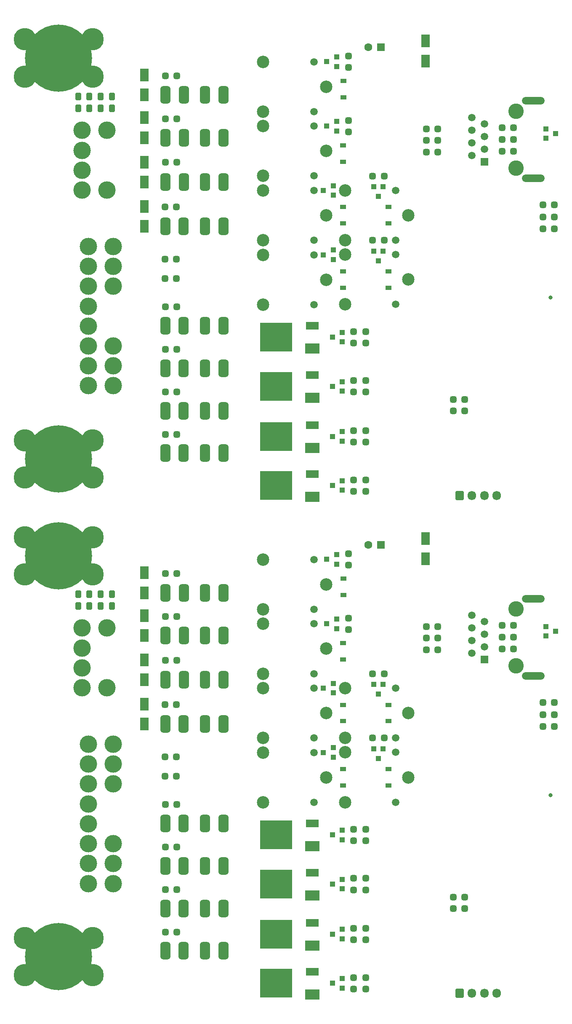
<source format=gbr>
%TF.GenerationSoftware,KiCad,Pcbnew,8.0.7*%
%TF.CreationDate,2025-01-08T09:33:51+09:00*%
%TF.ProjectId,CarInd-Main-V3.0,43617249-6e64-42d4-9d61-696e2d56332e,rev?*%
%TF.SameCoordinates,Original*%
%TF.FileFunction,Soldermask,Bot*%
%TF.FilePolarity,Negative*%
%FSLAX46Y46*%
G04 Gerber Fmt 4.6, Leading zero omitted, Abs format (unit mm)*
G04 Created by KiCad (PCBNEW 8.0.7) date 2025-01-08 09:33:51*
%MOMM*%
%LPD*%
G01*
G04 APERTURE LIST*
G04 Aperture macros list*
%AMRoundRect*
0 Rectangle with rounded corners*
0 $1 Rounding radius*
0 $2 $3 $4 $5 $6 $7 $8 $9 X,Y pos of 4 corners*
0 Add a 4 corners polygon primitive as box body*
4,1,4,$2,$3,$4,$5,$6,$7,$8,$9,$2,$3,0*
0 Add four circle primitives for the rounded corners*
1,1,$1+$1,$2,$3*
1,1,$1+$1,$4,$5*
1,1,$1+$1,$6,$7*
1,1,$1+$1,$8,$9*
0 Add four rect primitives between the rounded corners*
20,1,$1+$1,$2,$3,$4,$5,0*
20,1,$1+$1,$4,$5,$6,$7,0*
20,1,$1+$1,$6,$7,$8,$9,0*
20,1,$1+$1,$8,$9,$2,$3,0*%
G04 Aperture macros list end*
%ADD10R,1.100000X1.000000*%
%ADD11RoundRect,0.325000X-0.325000X0.325000X-0.325000X-0.325000X0.325000X-0.325000X0.325000X0.325000X0*%
%ADD12RoundRect,0.312500X0.312500X-0.437500X0.312500X0.437500X-0.312500X0.437500X-0.312500X-0.437500X0*%
%ADD13RoundRect,0.325000X-0.325000X-0.325000X0.325000X-0.325000X0.325000X0.325000X-0.325000X0.325000X0*%
%ADD14R,1.200000X0.900000*%
%ADD15RoundRect,0.325000X0.325000X0.325000X-0.325000X0.325000X-0.325000X-0.325000X0.325000X-0.325000X0*%
%ADD16R,1.800000X2.500000*%
%ADD17R,3.000000X2.000000*%
%ADD18R,2.500000X1.500000*%
%ADD19R,6.400000X5.800000*%
%ADD20R,1.000000X1.100000*%
%ADD21RoundRect,0.500000X-0.500000X1.250000X-0.500000X-1.250000X0.500000X-1.250000X0.500000X1.250000X0*%
%ADD22C,0.800000*%
%ADD23O,4.600000X1.500000*%
%ADD24C,1.500000*%
%ADD25R,1.500000X1.500000*%
%ADD26C,3.100000*%
%ADD27C,2.500000*%
%ADD28C,3.500000*%
%ADD29C,4.500000*%
%ADD30C,13.500000*%
%ADD31C,1.600000*%
%ADD32R,1.600000X1.600000*%
%ADD33O,1.700000X1.850000*%
%ADD34RoundRect,0.249900X-0.600100X-0.675100X0.600100X-0.675100X0.600100X0.675100X-0.600100X0.675100X0*%
G04 APERTURE END LIST*
D10*
%TO.C,D25*%
X207300000Y-170525000D03*
X205300000Y-169575000D03*
X205300000Y-171475000D03*
%TD*%
D11*
%TO.C,R19*%
X166625000Y-242385000D03*
X166625000Y-240085000D03*
%TD*%
%TO.C,R25*%
X165650000Y-157215000D03*
X165650000Y-154915000D03*
%TD*%
D10*
%TO.C,Q5*%
X162375000Y-221310000D03*
X164375000Y-222260000D03*
X164375000Y-220360000D03*
%TD*%
D11*
%TO.C,R17*%
X169125000Y-242385000D03*
X169125000Y-240085000D03*
%TD*%
%TO.C,R13*%
X166625000Y-222460000D03*
X166625000Y-220160000D03*
%TD*%
D12*
%TO.C,C7*%
X115745000Y-163060000D03*
X115745000Y-165460000D03*
%TD*%
D13*
%TO.C,R32*%
X131005000Y-195740000D03*
X128705000Y-195740000D03*
%TD*%
D14*
%TO.C,D19*%
X164555000Y-201510000D03*
X164555000Y-198210000D03*
%TD*%
D11*
%TO.C,R27*%
X188975000Y-226225000D03*
X188975000Y-223925000D03*
%TD*%
%TO.C,R18*%
X166625000Y-232510000D03*
X166625000Y-230210000D03*
%TD*%
D12*
%TO.C,C6*%
X117995000Y-163060000D03*
X117995000Y-165460000D03*
%TD*%
D13*
%TO.C,R33*%
X172785000Y-191935000D03*
X170485000Y-191935000D03*
%TD*%
%TO.C,R24*%
X207005000Y-189640000D03*
X204705000Y-189640000D03*
%TD*%
D15*
%TO.C,R45*%
X196505000Y-171705000D03*
X198805000Y-171705000D03*
%TD*%
D10*
%TO.C,Q15*%
X160550000Y-181925000D03*
X162550000Y-182875000D03*
X162550000Y-180975000D03*
%TD*%
D13*
%TO.C,R44*%
X198805000Y-174065000D03*
X196505000Y-174065000D03*
%TD*%
D14*
%TO.C,D16*%
X164560000Y-176170000D03*
X164560000Y-172870000D03*
%TD*%
D16*
%TO.C,D27*%
X124580000Y-180285000D03*
X124580000Y-176285000D03*
%TD*%
D17*
%TO.C,Q2*%
X158357000Y-213720000D03*
D18*
X158357000Y-209154000D03*
D19*
X151050000Y-211440000D03*
%TD*%
D20*
%TO.C,Q18*%
X171635000Y-196100000D03*
X172585000Y-194100000D03*
X170685000Y-194100000D03*
%TD*%
D13*
%TO.C,R15*%
X131050000Y-213880000D03*
X128750000Y-213880000D03*
%TD*%
%TO.C,R46*%
X198805000Y-169315000D03*
X196505000Y-169315000D03*
%TD*%
D10*
%TO.C,Q4*%
X161250000Y-156065000D03*
X163250000Y-157015000D03*
X163250000Y-155115000D03*
%TD*%
D14*
%TO.C,D14*%
X164570000Y-163215000D03*
X164570000Y-159915000D03*
%TD*%
D17*
%TO.C,Q7*%
X158357000Y-223595000D03*
D18*
X158357000Y-219029000D03*
D19*
X151050000Y-221315000D03*
%TD*%
D10*
%TO.C,Q16*%
X160550000Y-194860000D03*
X162550000Y-195810000D03*
X162550000Y-193910000D03*
%TD*%
D21*
%TO.C,F6*%
X128780000Y-162765000D03*
X132480000Y-162765000D03*
X136780000Y-162765000D03*
X140480000Y-162765000D03*
%TD*%
D22*
%TO.C,SW4*%
X206230000Y-203470000D03*
%TD*%
D21*
%TO.C,F7*%
X128780000Y-180285000D03*
X132480000Y-180285000D03*
X136780000Y-180285000D03*
X140480000Y-180285000D03*
%TD*%
%TO.C,F1*%
X128755000Y-209140000D03*
X132455000Y-209140000D03*
X136755000Y-209140000D03*
X140455000Y-209140000D03*
%TD*%
D23*
%TO.C,J12*%
X202825000Y-163950000D03*
X202825000Y-179475000D03*
D24*
X190385000Y-167260000D03*
X192925000Y-168530000D03*
X190385000Y-169800000D03*
X192925000Y-171070000D03*
X190385000Y-172340000D03*
X192925000Y-173610000D03*
X190385000Y-174880000D03*
D25*
X192925000Y-176150000D03*
D26*
X199275000Y-165990000D03*
X199275000Y-177420000D03*
%TD*%
D16*
%TO.C,D5*%
X181105000Y-155915000D03*
X181105000Y-151915000D03*
%TD*%
D10*
%TO.C,Q17*%
X161240000Y-169020000D03*
X163240000Y-169970000D03*
X163240000Y-168070000D03*
%TD*%
%TO.C,Q8*%
X162375000Y-231360000D03*
X164375000Y-232310000D03*
X164375000Y-230410000D03*
%TD*%
D13*
%TO.C,R41*%
X183582500Y-174205000D03*
X181282500Y-174205000D03*
%TD*%
D16*
%TO.C,D23*%
X124580000Y-189140000D03*
X124580000Y-185140000D03*
%TD*%
D13*
%TO.C,R31*%
X131030000Y-185270000D03*
X128730000Y-185270000D03*
%TD*%
D11*
%TO.C,R8*%
X169125000Y-212585000D03*
X169125000Y-210285000D03*
%TD*%
D13*
%TO.C,R22*%
X131050000Y-222390000D03*
X128750000Y-222390000D03*
%TD*%
D14*
%TO.C,D3*%
X173650000Y-201500000D03*
X173650000Y-198200000D03*
%TD*%
D13*
%TO.C,R23*%
X131050000Y-230930000D03*
X128750000Y-230930000D03*
%TD*%
D12*
%TO.C,C8*%
X113495000Y-163060000D03*
X113495000Y-165460000D03*
%TD*%
D20*
%TO.C,Q14*%
X171625000Y-183150000D03*
X172575000Y-181150000D03*
X170675000Y-181150000D03*
%TD*%
D13*
%TO.C,R43*%
X183582500Y-169580000D03*
X181282500Y-169580000D03*
%TD*%
D11*
%TO.C,R29*%
X165640000Y-170170000D03*
X165640000Y-167870000D03*
%TD*%
%TO.C,R26*%
X186700000Y-226225000D03*
X186700000Y-223925000D03*
%TD*%
D17*
%TO.C,Q13*%
X158357000Y-243520000D03*
D18*
X158357000Y-238954000D03*
D19*
X151050000Y-241240000D03*
%TD*%
D10*
%TO.C,Q9*%
X162375000Y-241235000D03*
X164375000Y-242185000D03*
X164375000Y-240285000D03*
%TD*%
D14*
%TO.C,D26*%
X173650000Y-188585000D03*
X173650000Y-185285000D03*
%TD*%
D16*
%TO.C,D24*%
X124580000Y-162765000D03*
X124580000Y-158765000D03*
%TD*%
D12*
%TO.C,C9*%
X111245000Y-163060000D03*
X111245000Y-165460000D03*
%TD*%
D10*
%TO.C,Q3*%
X162375000Y-211435000D03*
X164375000Y-212385000D03*
X164375000Y-210485000D03*
%TD*%
D11*
%TO.C,R7*%
X166625000Y-212585000D03*
X166625000Y-210285000D03*
%TD*%
D14*
%TO.C,D15*%
X164555000Y-188585000D03*
X164555000Y-185285000D03*
%TD*%
D13*
%TO.C,R40*%
X131055000Y-158900000D03*
X128755000Y-158900000D03*
%TD*%
%TO.C,R11*%
X172775000Y-179050000D03*
X170475000Y-179050000D03*
%TD*%
%TO.C,R1*%
X207005000Y-187265000D03*
X204705000Y-187265000D03*
%TD*%
%TO.C,R12*%
X131005000Y-199650000D03*
X128705000Y-199650000D03*
%TD*%
%TO.C,R28*%
X131055000Y-167520000D03*
X128755000Y-167520000D03*
%TD*%
%TO.C,R30*%
X131055000Y-176315000D03*
X128755000Y-176315000D03*
%TD*%
D11*
%TO.C,R9*%
X169125000Y-222460000D03*
X169125000Y-220160000D03*
%TD*%
D16*
%TO.C,D18*%
X124580000Y-171340000D03*
X124580000Y-167340000D03*
%TD*%
D11*
%TO.C,R16*%
X169125000Y-232510000D03*
X169125000Y-230210000D03*
%TD*%
D13*
%TO.C,R42*%
X183582500Y-171895000D03*
X181282500Y-171895000D03*
%TD*%
D17*
%TO.C,Q11*%
X158357000Y-233645000D03*
D18*
X158357000Y-229079000D03*
D19*
X151050000Y-231365000D03*
%TD*%
D13*
%TO.C,R10*%
X207005000Y-184840000D03*
X204705000Y-184840000D03*
%TD*%
%TO.C,R6*%
X131050000Y-205330000D03*
X128750000Y-205330000D03*
%TD*%
D21*
%TO.C,F5*%
X128780000Y-171340000D03*
X132480000Y-171340000D03*
X136780000Y-171340000D03*
X140480000Y-171340000D03*
%TD*%
D27*
%TO.C,K8*%
X164900000Y-181935000D03*
X177600000Y-186935000D03*
D24*
X175100000Y-191935000D03*
X175100000Y-181935000D03*
D27*
X164900000Y-191935000D03*
%TD*%
D21*
%TO.C,F4*%
X128755000Y-234690000D03*
X132455000Y-234690000D03*
X136755000Y-234690000D03*
X140455000Y-234690000D03*
%TD*%
%TO.C,F2*%
X128755000Y-217690000D03*
X132455000Y-217690000D03*
X136755000Y-217690000D03*
X140455000Y-217690000D03*
%TD*%
D28*
%TO.C,J10*%
X117055000Y-169870000D03*
X112055000Y-169870000D03*
X112055000Y-173870000D03*
X112055000Y-177870000D03*
X117055000Y-181870000D03*
X112055000Y-181870000D03*
%TD*%
D27*
%TO.C,K2*%
X148455000Y-156085000D03*
X161155000Y-161085000D03*
D24*
X158655000Y-166085000D03*
X158655000Y-156085000D03*
D27*
X148455000Y-166085000D03*
%TD*%
D29*
%TO.C,J14*%
X114105000Y-239615000D03*
X114105000Y-232115000D03*
D30*
X107305000Y-235865000D03*
D29*
X100505000Y-239615000D03*
X100505000Y-232115000D03*
%TD*%
D27*
%TO.C,K5*%
X148440000Y-194860000D03*
X161140000Y-199860000D03*
D24*
X158640000Y-204860000D03*
X158640000Y-194860000D03*
D27*
X148440000Y-204860000D03*
%TD*%
%TO.C,K3*%
X148445000Y-169020000D03*
X161145000Y-174020000D03*
D24*
X158645000Y-179020000D03*
X158645000Y-169020000D03*
D27*
X148445000Y-179020000D03*
%TD*%
%TO.C,K1*%
X148440000Y-181935000D03*
X161140000Y-186935000D03*
D24*
X158640000Y-191935000D03*
X158640000Y-181935000D03*
D27*
X148440000Y-191935000D03*
%TD*%
D29*
%TO.C,J13*%
X114105000Y-159090000D03*
X114105000Y-151590000D03*
D30*
X107305000Y-155340000D03*
D29*
X100505000Y-159090000D03*
X100505000Y-151590000D03*
%TD*%
D28*
%TO.C,J11*%
X118260000Y-193190000D03*
X113260000Y-193190000D03*
X118260000Y-197190000D03*
X113260000Y-197190000D03*
X118260000Y-201190000D03*
X113260000Y-201190000D03*
X113260000Y-205190000D03*
X113260000Y-209190000D03*
X118260000Y-213190000D03*
X113260000Y-213190000D03*
X118260000Y-217190000D03*
X113260000Y-217190000D03*
X118260000Y-221190000D03*
X113260000Y-221190000D03*
%TD*%
D27*
%TO.C,K7*%
X164900000Y-194850000D03*
X177600000Y-199850000D03*
D24*
X175100000Y-204850000D03*
X175100000Y-194850000D03*
D27*
X164900000Y-204850000D03*
%TD*%
D31*
%TO.C,C4*%
X169610000Y-153155000D03*
D32*
X172110000Y-153155000D03*
%TD*%
D21*
%TO.C,F8*%
X128755000Y-189140000D03*
X132455000Y-189140000D03*
X136755000Y-189140000D03*
X140455000Y-189140000D03*
%TD*%
%TO.C,F3*%
X128755000Y-226225000D03*
X132455000Y-226225000D03*
X136755000Y-226225000D03*
X140455000Y-226225000D03*
%TD*%
D33*
%TO.C,J1*%
X195430000Y-243240000D03*
X192930000Y-243240000D03*
X190430000Y-243240000D03*
D34*
X187930000Y-243240000D03*
%TD*%
D27*
%TO.C,K3*%
X148445000Y-69020000D03*
X161145000Y-74020000D03*
D24*
X158645000Y-79020000D03*
X158645000Y-69020000D03*
D27*
X148445000Y-79020000D03*
%TD*%
%TO.C,K7*%
X164900000Y-94850000D03*
X177600000Y-99850000D03*
D24*
X175100000Y-104850000D03*
X175100000Y-94850000D03*
D27*
X164900000Y-104850000D03*
%TD*%
D31*
%TO.C,C4*%
X169610000Y-53155000D03*
D32*
X172110000Y-53155000D03*
%TD*%
D21*
%TO.C,F3*%
X128755000Y-126225000D03*
X132455000Y-126225000D03*
X136755000Y-126225000D03*
X140455000Y-126225000D03*
%TD*%
%TO.C,F8*%
X128755000Y-89140000D03*
X132455000Y-89140000D03*
X136755000Y-89140000D03*
X140455000Y-89140000D03*
%TD*%
D29*
%TO.C,J13*%
X114105000Y-59090000D03*
X114105000Y-51590000D03*
D30*
X107305000Y-55340000D03*
D29*
X100505000Y-59090000D03*
X100505000Y-51590000D03*
%TD*%
D27*
%TO.C,K1*%
X148440000Y-81935000D03*
X161140000Y-86935000D03*
D24*
X158640000Y-91935000D03*
X158640000Y-81935000D03*
D27*
X148440000Y-91935000D03*
%TD*%
D28*
%TO.C,J11*%
X118260000Y-93190000D03*
X113260000Y-93190000D03*
X118260000Y-97190000D03*
X113260000Y-97190000D03*
X118260000Y-101190000D03*
X113260000Y-101190000D03*
X113260000Y-105190000D03*
X113260000Y-109190000D03*
X118260000Y-113190000D03*
X113260000Y-113190000D03*
X118260000Y-117190000D03*
X113260000Y-117190000D03*
X118260000Y-121190000D03*
X113260000Y-121190000D03*
%TD*%
D21*
%TO.C,F5*%
X128780000Y-71340000D03*
X132480000Y-71340000D03*
X136780000Y-71340000D03*
X140480000Y-71340000D03*
%TD*%
D27*
%TO.C,K2*%
X148455000Y-56085000D03*
X161155000Y-61085000D03*
D24*
X158655000Y-66085000D03*
X158655000Y-56085000D03*
D27*
X148455000Y-66085000D03*
%TD*%
%TO.C,K8*%
X164900000Y-81935000D03*
X177600000Y-86935000D03*
D24*
X175100000Y-91935000D03*
X175100000Y-81935000D03*
D27*
X164900000Y-91935000D03*
%TD*%
D21*
%TO.C,F2*%
X128755000Y-117690000D03*
X132455000Y-117690000D03*
X136755000Y-117690000D03*
X140455000Y-117690000D03*
%TD*%
D29*
%TO.C,J14*%
X114105000Y-139615000D03*
X114105000Y-132115000D03*
D30*
X107305000Y-135865000D03*
D29*
X100505000Y-139615000D03*
X100505000Y-132115000D03*
%TD*%
D33*
%TO.C,J1*%
X195430000Y-143240000D03*
X192930000Y-143240000D03*
X190430000Y-143240000D03*
D34*
X187930000Y-143240000D03*
%TD*%
D21*
%TO.C,F4*%
X128755000Y-134690000D03*
X132455000Y-134690000D03*
X136755000Y-134690000D03*
X140455000Y-134690000D03*
%TD*%
D28*
%TO.C,J10*%
X117055000Y-69870000D03*
X112055000Y-69870000D03*
X112055000Y-73870000D03*
X112055000Y-77870000D03*
X117055000Y-81870000D03*
X112055000Y-81870000D03*
%TD*%
D27*
%TO.C,K5*%
X148440000Y-94860000D03*
X161140000Y-99860000D03*
D24*
X158640000Y-104860000D03*
X158640000Y-94860000D03*
D27*
X148440000Y-104860000D03*
%TD*%
D21*
%TO.C,F7*%
X128780000Y-80285000D03*
X132480000Y-80285000D03*
X136780000Y-80285000D03*
X140480000Y-80285000D03*
%TD*%
D22*
%TO.C,SW4*%
X206230000Y-103470000D03*
%TD*%
D21*
%TO.C,F1*%
X128755000Y-109140000D03*
X132455000Y-109140000D03*
X136755000Y-109140000D03*
X140455000Y-109140000D03*
%TD*%
D23*
%TO.C,J12*%
X202825000Y-63950000D03*
X202825000Y-79475000D03*
D24*
X190385000Y-67260000D03*
X192925000Y-68530000D03*
X190385000Y-69800000D03*
X192925000Y-71070000D03*
X190385000Y-72340000D03*
X192925000Y-73610000D03*
X190385000Y-74880000D03*
D25*
X192925000Y-76150000D03*
D26*
X199275000Y-65990000D03*
X199275000Y-77420000D03*
%TD*%
D21*
%TO.C,F6*%
X128780000Y-62765000D03*
X132480000Y-62765000D03*
X136780000Y-62765000D03*
X140480000Y-62765000D03*
%TD*%
D20*
%TO.C,Q18*%
X171635000Y-96100000D03*
X172585000Y-94100000D03*
X170685000Y-94100000D03*
%TD*%
D14*
%TO.C,D14*%
X164570000Y-63215000D03*
X164570000Y-59915000D03*
%TD*%
D17*
%TO.C,Q2*%
X158357000Y-113720000D03*
D18*
X158357000Y-109154000D03*
D19*
X151050000Y-111440000D03*
%TD*%
D10*
%TO.C,Q4*%
X161250000Y-56065000D03*
X163250000Y-57015000D03*
X163250000Y-55115000D03*
%TD*%
D17*
%TO.C,Q7*%
X158357000Y-123595000D03*
D18*
X158357000Y-119029000D03*
D19*
X151050000Y-121315000D03*
%TD*%
D10*
%TO.C,Q16*%
X160550000Y-94860000D03*
X162550000Y-95810000D03*
X162550000Y-93910000D03*
%TD*%
D13*
%TO.C,R46*%
X198805000Y-69315000D03*
X196505000Y-69315000D03*
%TD*%
D16*
%TO.C,D27*%
X124580000Y-80285000D03*
X124580000Y-76285000D03*
%TD*%
D13*
%TO.C,R15*%
X131050000Y-113880000D03*
X128750000Y-113880000D03*
%TD*%
%TO.C,R44*%
X198805000Y-74065000D03*
X196505000Y-74065000D03*
%TD*%
%TO.C,R32*%
X131005000Y-95740000D03*
X128705000Y-95740000D03*
%TD*%
D14*
%TO.C,D16*%
X164560000Y-76170000D03*
X164560000Y-72870000D03*
%TD*%
D11*
%TO.C,R13*%
X166625000Y-122460000D03*
X166625000Y-120160000D03*
%TD*%
%TO.C,R18*%
X166625000Y-132510000D03*
X166625000Y-130210000D03*
%TD*%
%TO.C,R25*%
X165650000Y-57215000D03*
X165650000Y-54915000D03*
%TD*%
D15*
%TO.C,R45*%
X196505000Y-71705000D03*
X198805000Y-71705000D03*
%TD*%
D10*
%TO.C,Q15*%
X160550000Y-81925000D03*
X162550000Y-82875000D03*
X162550000Y-80975000D03*
%TD*%
D13*
%TO.C,R24*%
X207005000Y-89640000D03*
X204705000Y-89640000D03*
%TD*%
%TO.C,R33*%
X172785000Y-91935000D03*
X170485000Y-91935000D03*
%TD*%
D12*
%TO.C,C6*%
X117995000Y-63060000D03*
X117995000Y-65460000D03*
%TD*%
D11*
%TO.C,R19*%
X166625000Y-142385000D03*
X166625000Y-140085000D03*
%TD*%
D14*
%TO.C,D19*%
X164555000Y-101510000D03*
X164555000Y-98210000D03*
%TD*%
D11*
%TO.C,R17*%
X169125000Y-142385000D03*
X169125000Y-140085000D03*
%TD*%
%TO.C,R27*%
X188975000Y-126225000D03*
X188975000Y-123925000D03*
%TD*%
D12*
%TO.C,C7*%
X115745000Y-63060000D03*
X115745000Y-65460000D03*
%TD*%
D10*
%TO.C,Q5*%
X162375000Y-121310000D03*
X164375000Y-122260000D03*
X164375000Y-120360000D03*
%TD*%
%TO.C,D25*%
X207300000Y-70525000D03*
X205300000Y-69575000D03*
X205300000Y-71475000D03*
%TD*%
D12*
%TO.C,C9*%
X111245000Y-63060000D03*
X111245000Y-65460000D03*
%TD*%
D11*
%TO.C,R9*%
X169125000Y-122460000D03*
X169125000Y-120160000D03*
%TD*%
D13*
%TO.C,R10*%
X207005000Y-84840000D03*
X204705000Y-84840000D03*
%TD*%
D16*
%TO.C,D24*%
X124580000Y-62765000D03*
X124580000Y-58765000D03*
%TD*%
D13*
%TO.C,R6*%
X131050000Y-105330000D03*
X128750000Y-105330000D03*
%TD*%
D17*
%TO.C,Q11*%
X158357000Y-133645000D03*
D18*
X158357000Y-129079000D03*
D19*
X151050000Y-131365000D03*
%TD*%
D13*
%TO.C,R28*%
X131055000Y-67520000D03*
X128755000Y-67520000D03*
%TD*%
%TO.C,R42*%
X183582500Y-71895000D03*
X181282500Y-71895000D03*
%TD*%
D11*
%TO.C,R7*%
X166625000Y-112585000D03*
X166625000Y-110285000D03*
%TD*%
D10*
%TO.C,Q3*%
X162375000Y-111435000D03*
X164375000Y-112385000D03*
X164375000Y-110485000D03*
%TD*%
D11*
%TO.C,R16*%
X169125000Y-132510000D03*
X169125000Y-130210000D03*
%TD*%
D16*
%TO.C,D18*%
X124580000Y-71340000D03*
X124580000Y-67340000D03*
%TD*%
D13*
%TO.C,R12*%
X131005000Y-99650000D03*
X128705000Y-99650000D03*
%TD*%
%TO.C,R30*%
X131055000Y-76315000D03*
X128755000Y-76315000D03*
%TD*%
%TO.C,R1*%
X207005000Y-87265000D03*
X204705000Y-87265000D03*
%TD*%
%TO.C,R11*%
X172775000Y-79050000D03*
X170475000Y-79050000D03*
%TD*%
%TO.C,R40*%
X131055000Y-58900000D03*
X128755000Y-58900000D03*
%TD*%
D14*
%TO.C,D15*%
X164555000Y-88585000D03*
X164555000Y-85285000D03*
%TD*%
D11*
%TO.C,R26*%
X186700000Y-126225000D03*
X186700000Y-123925000D03*
%TD*%
D13*
%TO.C,R23*%
X131050000Y-130930000D03*
X128750000Y-130930000D03*
%TD*%
%TO.C,R41*%
X183582500Y-74205000D03*
X181282500Y-74205000D03*
%TD*%
D11*
%TO.C,R29*%
X165640000Y-70170000D03*
X165640000Y-67870000D03*
%TD*%
D13*
%TO.C,R43*%
X183582500Y-69580000D03*
X181282500Y-69580000D03*
%TD*%
D10*
%TO.C,Q9*%
X162375000Y-141235000D03*
X164375000Y-142185000D03*
X164375000Y-140285000D03*
%TD*%
D20*
%TO.C,Q14*%
X171625000Y-83150000D03*
X172575000Y-81150000D03*
X170675000Y-81150000D03*
%TD*%
D13*
%TO.C,R31*%
X131030000Y-85270000D03*
X128730000Y-85270000D03*
%TD*%
D12*
%TO.C,C8*%
X113495000Y-63060000D03*
X113495000Y-65460000D03*
%TD*%
D16*
%TO.C,D5*%
X181105000Y-55915000D03*
X181105000Y-51915000D03*
%TD*%
D14*
%TO.C,D3*%
X173650000Y-101500000D03*
X173650000Y-98200000D03*
%TD*%
D10*
%TO.C,Q17*%
X161240000Y-69020000D03*
X163240000Y-69970000D03*
X163240000Y-68070000D03*
%TD*%
D16*
%TO.C,D23*%
X124580000Y-89140000D03*
X124580000Y-85140000D03*
%TD*%
D10*
%TO.C,Q8*%
X162375000Y-131360000D03*
X164375000Y-132310000D03*
X164375000Y-130410000D03*
%TD*%
D11*
%TO.C,R8*%
X169125000Y-112585000D03*
X169125000Y-110285000D03*
%TD*%
D14*
%TO.C,D26*%
X173650000Y-88585000D03*
X173650000Y-85285000D03*
%TD*%
D17*
%TO.C,Q13*%
X158357000Y-143520000D03*
D18*
X158357000Y-138954000D03*
D19*
X151050000Y-141240000D03*
%TD*%
D13*
%TO.C,R22*%
X131050000Y-122390000D03*
X128750000Y-122390000D03*
%TD*%
M02*

</source>
